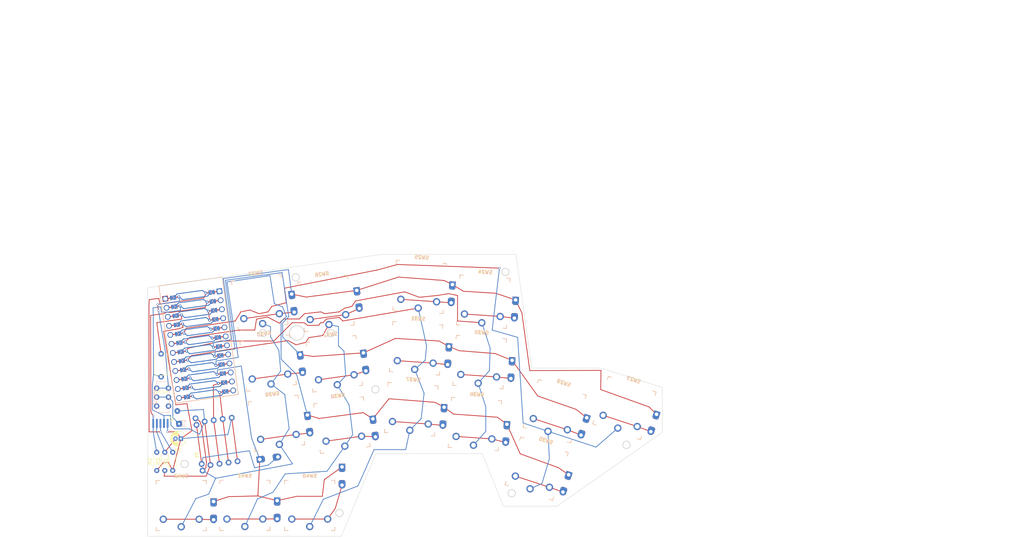
<source format=kicad_pcb>
(kicad_pcb (version 20240108) (generator "pcbnew") (generator_version "8.0")
  (title_block (title "Cho-Corne-Ice") (date "2022-11-18") (rev "v0.2") (company "foostan/e3b0c442"))
  (layers (0 "F.Cu" signal) (31 "B.Cu" signal) (34 "B.Paste" user) (35 "F.Paste" user) (36 "B.SilkS" user "B.Silkscreen") (37 "F.SilkS" user "F.Silkscreen") (38 "B.Mask" user) (39 "F.Mask" user) (44 "Edge.Cuts" user))
  (net 0 "")
  (net 3 "Net-(J3-Pin_1)")
  (net 4 "Net-(D42-A)")
  (net 5 "Net-(D41-A)")
  (net 6 "Net-(D40-A)")
  (net 7 "Net-(D39-A)")
  (net 8 "Net-(D38-A)")
  (net 9 "Net-(D37-A)")
  (net 10 "Net-(D36-A)")
  (net 11 "Net-(D35-A)")
  (net 12 "Net-(D33-A)")
  (net 13 "Net-(D32-A)")
  (net 14 "Net-(D31-A)")
  (net 15 "Net-(D30-A)")
  (net 16 "Net-(D29-A)")
  (net 17 "Net-(D27-A)")
  (net 18 "Net-(D26-A)")
  (net 19 "Net-(D25-A)")
  (net 20 "Net-(D24-A)")
  (net 21 "Net-(D23-A)")
  (net 22 "SCK_r")
  (net 23 "MOSI_r")
  (net 24 "RAW_r")
  (net 25 "GNDA")
  (net 26 "VDD")
  (net 27 "col4_r")
  (net 28 "col3_r")
  (net 29 "col2_r")
  (net 30 "col1_r")
  (net 31 "col0_r")
  (net 32 "reset_r")
  (net 33 "row3_r")
  (net 34 "row2_r")
  (net 35 "row1_r")
  (net 36 "row0_r")
  (net 37 "ENC_B")
  (net 38 "ENC_A")
  (net 40 "tp_sda")
  (net 41 "tp_scl")
  (net 42 "tp_rst")
  (net 45 "Net-(D1-A)")
  (footprint "keyswitches_pretty:SW_PG1350_reversible" (layer "F.Cu") (at 51.256891 148.129176)
    (property "Reference" "SW42")
    (property "Value" "SW_PUSH")
  )
  (footprint "promicro_reversible:reset_switch" (layer "F.Cu") (at 45.6575 116.305 180)
    (property "Reference" "RSW2")
    (property "Value" "SW_PUSH")
  )
  (footprint "keyswitches_pretty:SW_PG1350_reversible" (layer "F.Cu") (at 115.410691 121.232452 -3.969)
    (property "Reference" "SW37")
    (property "Value" "SW_PUSH")
  )
  (footprint "keyswitches_pretty:SW_PG1350_reversible" (layer "F.Cu") (at 96.067651 125.701532 7.907)
    (property "Reference" "SW38")
    (property "Value" "SW_PUSH")
  )
  (footprint "keyswitches_pretty:SW_PG1350_reversible" (layer "F.Cu") (at 77.826086 125.206234 7.907)
    (property "Reference" "SW39")
    (property "Value" "SW_PUSH")
  )
  (footprint "keyswitches_pretty:SW_PG1350_reversible" (layer "F.Cu") (at 87.092283 148.077126)
    (property "Reference" "SW40")
    (property "Value" "SW_PUSH")
  )
  (footprint "keyswitches_pretty:SW_PG1350_reversible" (layer "F.Cu") (at 69.009382 148.064592)
    (property "Reference" "SW41")
    (property "Value" "SW_PUSH")
  )
  (footprint "keyswitches_pretty:SW_PG1350_reversible" (layer "F.Cu") (at 117.750737 87.152184 -3.969)
    (property "Reference" "SW25")
    (property "Value" "SW_PUSH")
  )
  (footprint "keyswitches_pretty:SW_PG1350_reversible" (layer "F.Cu") (at 91.640247 91.788164 7.907)
    (property "Reference" "SW26")
    (property "Value" "SW_PUSH")
  )
  (footprint "keyswitches_pretty:SW_PG1350_reversible" (layer "F.Cu") (at 135.483288 91.251772 -3.969)
    (property "Reference" "SW24")
    (property "Value" "SW_PUSH")
  )
  (footprint "keyswitches_pretty:SW_PG1350_reversible" (layer "F.Cu") (at 155.375588 121.805764 -18.185)
    (property "Reference" "SW29")
    (property "Value" "SW_PUSH")
  )
  (footprint "keyswitches_pretty:SW_PG1350_reversible" (layer "F.Cu") (at 150.375632 137.847373 -18.185)
    (property "Reference" "SW35")
    (property "Value" "SW_PUSH")
  )
  (footprint "keyswitches_pretty:SW_PG1350_reversible" (layer "F.Cu") (at 133.158286 125.396235 -3.969)
    (property "Reference" "SW36")
    (property "Value" "SW_PUSH")
  )
  (footprint "keyswitches_pretty:SW_PG1350_reversible" (layer "F.Cu") (at 174.848509 120.904725 -18.185)
    (property "Reference" "SW23")
    (property "Value" "SW_PUSH")
  )
  (footprint "keyswitches_pretty:SW_PG1350_reversible" (layer "F.Cu") (at 134.468023 108.112043 -3.969)
    (property "Reference" "SW30")
    (property "Value" "SW_PUSH")
  )
  (footprint "keyswitches_pretty:SW_PG1350_reversible" (layer "F.Cu") (at 116.769863 104.260078 -3.969)
    (property "Reference" "SW31")
    (property "Value" "SW_PUSH")
  )
  (footprint "keyswitches_pretty:SW_PG1350_reversible" (layer "F.Cu") (at 93.971983 108.577015 7.907)
    (property "Reference" "SW32")
    (property "Value" "SW_PUSH")
  )
  (footprint "keyswitches_pretty:SW_PG1350_reversible" (layer "F.Cu") (at 75.487472 108.367858 7.907)
    (property "Reference" "SW33")
    (property "Value" "SW_PUSH")
  )
  (footprint "keyswitches_pretty:SW_PG1350_reversible" (layer "F.Cu") (at 73.148857 91.529483 7.907)
    (property "Reference" "SW27")
    (property "Value" "SW_PUSH")
  )
  (footprint "Resistor_THT:R_Axial_DIN0204_L3.6mm_D1.6mm_P5.08mm_Horizontal" (layer "F.Cu") (at 48.8825 138.335 90)
    (property "Reference" "R1")
    (property "Value" "4.7k")
  )
  (footprint "promicro_reversible:ProMicro_jumpable_eric" (layer "F.Cu") (at 56.285039 103.237046 -82.093)
    (property "Reference" "U2" (hide yes))
    (property "Value" "nice_nano" (hide yes))
  )
  (footprint "Resistor_THT:R_Axial_DIN0204_L3.6mm_D1.6mm_P5.08mm_Horizontal" (layer "F.Cu") (at 44.4325 138.345 90)
    (property "Reference" "R2")
    (property "Value" "4.7k")
  )
  (footprint "promicro_reversible:ComboDiode" (layer "F.Cu") (at 75.691449 134.896138 7.907)
    (property "Reference" "D1" (hide yes))
    (property "Value" "D" (hide yes))
  )
  (footprint "Resistor_THT:R_Axial_DIN0204_L3.6mm_D1.6mm_P5.08mm_Horizontal" (layer "F.Cu") (at 46.6825 138.345 90)
    (property "Reference" "R3")
    (property "Value" "100k")
  )
  (footprint "Connector_Wire:SolderWire-0.1sqmm_1x02_P3.6mm_D0.4mm_OD1mm" (layer "F.Cu") (at 50.655118 125.312887 97.907)
    (property "Reference" "J3")
    (property "Value" "BAT")
  )
  (footprint "Capacitor_THT:CP_Radial_D4.0mm_P1.50mm" (layer "F.Cu") (at 51.1575 129.455 180)
    (property "Reference" "C1")
    (property "Value" "2.2uF")
  )
  (footprint "EVQWGD001:RollerEncoder_Panasonic_EVQWGD001" (layer "F.Cu") (at 62.419338 130.716931 97.907)
    (property "Reference" "U1")
    (property "Value" "~" (hide yes))
  )
  (footprint "promicro_reversible:ComboDiode" (layer "B.Cu") (at 183.0075 125.08 -108.185)
    (property "Reference" "D23" (hide yes))
    (property "Value" "D" (hide yes))
  )
  (footprint "promicro_reversible:ComboDiode" (layer "B.Cu") (at 144.3325 93.305 -93.969)
    (property "Reference" "D24" (hide yes))
    (property "Value" "D" (hide yes))
  )
  (footprint "promicro_reversible:ComboDiode" (layer "B.Cu") (at 126.7075 89.03 -93.969)
    (property "Reference" "D25" (hide yes))
    (property "Value" "D" (hide yes))
  )
  (footprint "promicro_reversible:ComboDiode" (layer "B.Cu") (at 82.4075 91.655 -82.093)
    (property "Reference" "D27" (hide yes))
    (property "Value" "D" (hide yes))
  )
  (footprint "promicro_reversible:ComboDiode" (layer "B.Cu") (at 163.547729 126.039771 -108.185)
    (property "Reference" "D29" (hide yes))
    (property "Value" "D" (hide yes))
  )
  (footprint "promicro_reversible:ComboDiode" (layer "B.Cu") (at 143.3575 110.155 -93.969)
    (property "Reference" "D30" (hide yes))
    (property "Value" "D" (hide yes))
  )
  (footprint "promicro_reversible:ComboDiode" (layer "B.Cu") (at 125.7325 106.28 -93.969)
    (property "Reference" "D31" (hide yes))
    (property "Value" "D" (hide yes))
  )
  (footprint "promicro_reversible:ComboDiode" (layer "B.Cu") (at 102.407301 108.046722 -82.093)
    (property "Reference" "D32" (hide yes))
    (property "Value" "D" (hide yes))
  )
  (footprint "promicro_reversible:ComboDiode" (layer "B.Cu") (at 84.757672 108.530172 -82.093)
    (property "Reference" "D33" (hide yes))
    (property "Value" "D" (hide yes))
  )
  (footprint "promicro_reversible:ComboDiode" (layer "B.Cu") (at 158.497729 141.939771 -108.185)
    (property "Reference" "D35" (hide yes))
    (property "Value" "D" (hide yes))
  )
  (footprint "promicro_reversible:ComboDiode" (layer "B.Cu") (at 141.9075 127.98 -93.969)
    (property "Reference" "D36" (hide yes))
    (property "Value" "D" (hide yes))
  )
  (footprint "promicro_reversible:ComboDiode" (layer "B.Cu") (at 124.3825 123.23 -93.969)
    (property "Reference" "D37" (hide yes))
    (property "Value" "D" (hide yes))
  )
  (footprint "promicro_reversible:ComboDiode" (layer "B.Cu") (at 105.056917 126.445851 -82.093)
    (property "Reference" "D38" (hide yes))
    (property "Value" "D" (hide yes))
  )
  (footprint "promicro_reversible:ComboDiode" (layer "B.Cu") (at 86.7825 125.38 -82.093)
    (property "Reference" "D39" (hide yes))
    (property "Value" "D" (hide yes))
  )
  (footprint "promicro_reversible:ComboDiode" (layer "B.Cu") (at 96.1075 139.88 -90)
    (property "Reference" "D40" (hide yes))
    (property "Value" "D" (hide yes))
  )
  (footprint "promicro_reversible:ComboDiode" (layer "B.Cu") (at 78.0075 149.28 -90)
    (property "Reference" "D41" (hide yes))
    (property "Value" "D" (hide yes))
  )
  (footprint "promicro_reversible:ComboDiode" (layer "B.Cu") (at 60.2825 149.53 -90)
    (property "Reference" "D42" (hide yes))
    (property "Value" "D" (hide yes))
  )
  (footprint "promicro_reversible:ComboDiode" (layer "B.Cu") (at 100.557884 90.630871 -82.093)
    (property "Reference" "D26" (hide yes))
    (property "Value" "D" (hide yes))
  )
  (footprint "promicro_reversible:power_switch" (layer "B.Cu") (at 44.4075 117.88 -90)
    (property "Reference" "PSW2")
    (property "Value" "SW_SPDT")
  )
  (footprint "keyswitches_pretty:trackpoint" (layer "B.Cu") (at 51.4575 125.205 90)
    (property "Reference" "U3")
    (property "Value" "~")
  )
  (gr_circle (center 141.6575 82.93) (end 142.5575 83.43) (stroke (width 0.2)) (fill none) (layer "Edge.Cuts"))
  (gr_circle (center 93.0075 100.03) (end 94.0075 100.28) (stroke (width 0.2)) (fill none) (layer "Edge.Cuts"))
  (gr_circle (center 74.0075 100.03) (end 74.8575 100.58) (stroke (width 0.2)) (fill none) (layer "Edge.Cuts"))
  (gr_circle (center 83.1575 84.48) (end 84.0575 84.98) (stroke (width 0.2)) (fill none) (layer "Edge.Cuts"))
  (gr_poly (pts (xy 41.964517 132.137017) (xy 41.9075 139.58) (xy 41.9075 156.68) (xy 95.9075 156.68) (xy 105.5075 133.68) (xy 135.2075 133.68) (xy 141.1075 148.28) (xy 156.1075 148.28) (xy 185.4075 127.68) (xy 185.4075 115.18) (xy 168.2075 109.78) (xy 149.0075 109.78) (xy 144.6075 78.08) (xy 107.0075 78.08) (xy 41.9075 87.38)) (stroke (width 0.1)) (fill none) (layer "Edge.Cuts"))
  (gr_circle (center 52.2075 136.53) (end 53.1075 137.03) (stroke (width 0.2)) (fill none) (layer "Edge.Cuts"))
  (gr_circle (center 95.3575 150.18) (end 96.2575 150.68) (stroke (width 0.2)) (fill none) (layer "Edge.Cuts"))
  (gr_circle (center 105.4075 115.73) (end 106.3075 116.23) (stroke (width 0.2)) (fill none) (layer "Edge.Cuts"))
  (gr_circle (center 175.4075 131.18) (end 176.3075 131.68) (stroke (width 0.2)) (fill none) (layer "Edge.Cuts"))
  (gr_circle (center 143.4075 144.68) (end 144.3075 145.18) (stroke (width 0.2)) (fill none) (layer "Edge.Cuts"))
  (gr_circle (center 83.5075 99.98) (end 85.4075 100.73) (stroke (width 0.2)) (fill none) (layer "Edge.Cuts"))
  (segment (start 48.9075 119.08) (end 48.9075 123.565269) (width 0.2032) (layer "B.Cu") (net 3))
  (segment (start 48.9075 123.565269) (end 50.588005 125.245774) (width 0.2032) (layer "B.Cu") (net 3))
  (segment (start 47.7075 117.88) (end 48.9075 119.08) (width 0.2032) (layer "B.Cu") (net 3))
  (segment (start 44.4075 117.88) (end 47.7075 117.88) (width 0.2032) (layer "B.Cu") (net 3))
  (segment (start 56.256891 151.929176) (end 60.282499 152.07) (width 0.2032) (layer "F.Cu") (net 4))
  (segment (start 46.256891 151.929176) (end 56.256891 151.929176) (width 0.2032) (layer "F.Cu") (net 4))
  (segment (start 74.009382 151.864592) (end 78.007499 151.82) (width 0.2032) (layer "F.Cu") (net 5))
  (segment (start 64.009382 151.864592) (end 74.009382 151.864592) (width 0.2032) (layer "F.Cu") (net 5))
  (segment (start 94.2075 148.93) (end 96.107499 142.42) (width 0.2032) (layer "F.Cu") (net 6))
  (segment (start 82.092283 151.877126) (end 92.092283 151.877126) (width 0.2032) (layer "F.Cu") (net 6))
  (segment (start 92.092283 151.877126) (end 94.2075 148.93) (width 0.2032) (layer "F.Cu") (net 6))
  (segment (start 83.301298 128.282278) (end 87.131917 127.895851) (width 0.2032) (layer "F.Cu") (net 7))
  (segment (start 73.396372 129.657934) (end 83.301298 128.282278) (width 0.2032) (layer "F.Cu") (net 7))
  (segment (start 101.542863 128.777576) (end 105.406334 128.961702) (width 0.2032) (layer "F.Cu") (net 8))
  (segment (start 91.637937 130.153232) (end 101.542863 128.777576) (width 0.2032) (layer "F.Cu") (net 8))
  (segment (start 120.135676 125.369421) (end 124.20669 125.763908) (width 0.2032) (layer "F.Cu") (net 9))
  (segment (start 110.159659 124.677255) (end 120.135676 125.369421) (width 0.2032) (layer "F.Cu") (net 9))
  (segment (start 137.883271 129.533204) (end 141.73169 130.513908) (width 0.2032) (layer "F.Cu") (net 10))
  (segment (start 127.907254 128.841038) (end 137.883271 129.533204) (width 0.2032) (layer "F.Cu") (net 10))
  (segment (start 153.939974 143.018008) (end 157.70503 144.352908) (width 0.2032) (layer "F.Cu") (net 11))
  (segment (start 144.439436 139.897146) (end 153.939974 143.018008) (width 0.2032) (layer "F.Cu") (net 11))
  (segment (start 80.962684 111.443902) (end 85.107089 111.046023) (width 0.2032) (layer "F.Cu") (net 12))
  (segment (start 71.057758 112.819558) (end 80.962684 111.443902) (width 0.2032) (layer "F.Cu") (net 12))
  (segment (start 99.447195 111.653059) (end 99.8325 111.28) (width 0.2032) (layer "F.Cu") (net 13))
  (segment (start 99.447195 111.653059) (end 102.756718 110.562573) (width 0.2032) (layer "F.Cu") (net 13))
  (segment (start 89.542269 113.028715) (end 99.447195 111.653059) (width 0.2032) (layer "F.Cu") (net 13))
  (segment (start 111.518831 107.704881) (end 121.494848 108.397047) (width 0.2032) (layer "F.Cu") (net 14))
  (segment (start 121.494848 108.397047) (end 125.55669 108.813908) (width 0.2032) (layer "F.Cu") (net 14))
  (segment (start 139.193008 112.249012) (end 143.18169 112.688908) (width 0.2032) (layer "F.Cu") (net 15))
  (segment (start 129.216991 111.556846) (end 139.193008 112.249012) (width 0.2032) (layer "F.Cu") (net 15))
  (segment (start 158.93993 126.976399) (end 162.75503 128.452908) (width 0.2032) (layer "F.Cu") (net 16))
  (segment (start 149.439392 123.855537) (end 158.93993 126.976399) (width 0.2032) (layer "F.Cu") (net 16))
  (segment (start 78.624069 94.605527) (end 82.756917 94.170851) (width 0.2032) (layer "F.Cu") (net 17))
  (segment (start 68.719143 95.981183) (end 78.624069 94.605527) (width 0.2032) (layer "F.Cu") (net 17))
  (segment (start 97.115459 94.864208) (end 100.907301 93.146722) (width 0.2032) (layer "F.Cu") (net 18))
  (segment (start 87.210533 96.239864) (end 97.115459 94.864208) (width 0.2032) (layer "F.Cu") (net 18))
  (segment (start 122.475722 91.289153) (end 126.53169 91.563908) (width 0.2032) (layer "F.Cu") (net 19))
  (segment (start 112.499705 90.596987) (end 122.475722 91.289153) (width 0.2032) (layer "F.Cu") (net 19))
  (segment (start 140.208273 95.388741) (end 144.15669 95.838908) (width 0.2032) (layer "F.Cu") (net 20))
  (segment (start 130.232256 94.696575) (end 140.208273 95.388741) (width 0.2032) (layer "F.Cu") (net 20))
  (segment (start 168.912313 122.954498) (end 178.412851 126.07536) (width 0.2032) (layer "F.Cu") (net 21))
  (segment (start 178.412851 126.07536) (end 182.214801 127.493137) (width 0.2032) (layer "F.Cu") (net 21))
  (segment (start 44.6575 92.03) (end 44.9075 93.68) (width 0.2032) (layer "F.Cu") (net 24))
  (via (at 44.9075 93.68) (size 0.6) (drill 0.4) (layers "F.Cu" "B.Cu") (net 24))
  (via (at 44.6575 92.03) (size 0.6) (drill 0.4) (layers "F.Cu" "B.Cu") (net 24))
  (segment (start 46.8575 105.33) (end 44.9075 93.68) (width 0.2032) (layer "B.Cu") (net 24))
  (segment (start 50.8075 91.13) (end 44.6575 92.03) (width 0.2032) (layer "B.Cu") (net 24))
  (segment (start 47.7075 115.38) (end 46.8575 105.33) (width 0.2032) (layer "B.Cu") (net 24))
  (segment (start 50.589471 89.923988) (end 50.8075 91.13) (width 0.2032) (layer "B.Cu") (net 24))
  (segment (start 44.4075 115.38) (end 47.7075 115.38) (width 0.2032) (layer "B.Cu") (net 24))
  (segment (start 46.5075 139.93) (end 46.6825 138.345) (width 0.2032) (layer "F.Cu") (net 25))
  (segment (start 57.793619 124.670788) (end 59.419367 136.812577) (width 0.2032) (layer "F.Cu") (net 25))
  (segment (start 58.835858 93.907441) (end 59.185275 96.423293) (width 0.2032) (layer "F.Cu") (net 25))
  (segment (start 58.2075 139.93) (end 46.5075 139.93) (width 0.2032) (layer "F.Cu") (net 25))
  (segment (start 59.419367 136.812577) (end 58.2075 139.93) (width 0.2032) (layer "F.Cu") (net 25))
  (segment (start 43.4075 92.98) (end 45.5075 92.68) (width 0.2032) (layer "B.Cu") (net 25))
  (segment (start 49.4075 126.73) (end 53.6075 126.73) (width 0.2032) (layer "B.Cu") (net 25))
  (segment (start 43.5075 111.58) (end 43.2075 114.78) (width 0.2032) (layer "B.Cu") (net 25))
  (segment (start 45.5075 92.68) (end 45.7575 94.18) (width 0.2032) (layer "B.Cu") (net 25))
  (segment (start 43.2575 121.48) (end 46.4575 123.03) (width 0.2032) (layer "B.Cu") (net 25))
  (segment (start 46.4575 125.205) (end 46.4575 123.03) (width 0.2032) (layer "B.Cu") (net 25))
  (segment (start 46.4575 123.03) (end 47.6075 122.988929) (width 0.2032) (layer "B.Cu") (net 25))
  (segment (start 48.3825 125.705) (end 48.3075 122.98) (width 0.2032) (layer "B.Cu") (net 25))
  (segment (start 57.4575 121.33) (end 57.793619 124.670788) (width 0.2032) (layer "B.Cu") (net 25))
  (segment (start 47.4075 94.18) (end 51.1075 93.68) (width 0.2032) (layer "B.Cu") (net 25))
  (segment (start 50.159882 121.747113) (end 57.4575 121.33) (width 0.2032) (layer "B.Cu") (net 25))
  (segment (start 53.6075 126.73) (end 56.3575 128.23) (width 0.2032) (layer "B.Cu") (net 25))
  (segment (start 56.3575 128.23) (end 57.793619 124.670788) (width 0.2032) (layer "B.Cu") (net 25))
  (segment (start 43.5075 111.58) (end 45.6575 112.205) (width 0.2032) (layer "B.Cu") (net 25))
  (segment (start 45.7575 94.18) (end 47.4075 94.18) (width 0.2032) (layer "B.Cu") (net 25))
  (segment (start 48.3825 125.705) (end 49.4075 126.73) (width 0.2032) (layer "B.Cu") (net 25))
  (segment (start 43.4575 94.83) (end 43.4075 92.98) (width 0.2032) (layer "B.Cu") (net 25))
  (segment (start 50.938888 92.43984) (end 51.1075 93.68) (width 0.2032) (layer "B.Cu") (net 25))
  (segment (start 43.2075 114.78) (end 43.2575 121.48) (width 0.2032) (layer "B.Cu") (net 25))
  (segment (start 43.4575 94.83) (end 43.5075 111.58) (width 0.2032) (layer "B.Cu") (net 25))
  (segment (start 48.3075 122.98) (end 47.6075 122.988929) (width 0.2032) (layer "B.Cu") (net 25))
  (segment (start 51.1575 129.455) (end 48.8825 138.335) (width 0.2032) (layer "F.Cu") (net 26))
  (segment (start 50.4575 98.83) (end 46.3575 99.53) (width 0.2032) (layer "F.Cu") (net 26))
  (segment (start 52.8575 119.68) (end 54.2575 127.23) (width 0.2032) (layer "F.Cu") (net 26))
  (segment (start 49.7575 120.03) (end 52.8575 119.68) (width 0.2032) (layer "F.Cu") (net 26))
  (segment (start 47.6575 136.03) (end 48.8825 138.335) (width 0.2032) (layer "F.Cu") (net 26))
  (segment (start 46.3075 136.08) (end 47.6575 136.03) (width 0.2032) (layer "F.Cu") (net 26))
  (segment (start 44.4325 138.345) (end 46.3075 136.08) (width 0.2032) (layer "F.Cu") (net 26))
  (segment (start 47.4575 127.555) (end 50.0075 127.53) (width 0.2032) (layer "F.Cu") (net 26))
  (segment (start 51.7575 98.43) (end 50.4575 98.83) (width 0.2032) (layer "F.Cu") (net 26))
  (segment (start 54.2575 127.23) (end 51.1575 129.455) (width 0.2032) (layer "F.Cu") (net 26))
  (segment (start 50.0075 127.53) (end 51.1575 129.455) (width 0.2032) (layer "F.Cu") (net 26))
  (segment (start 51.637721 97.471542) (end 51.7575 98.43) (width 0.2032) (layer "F.Cu") (net 26))
  (segment (start 46.3575 99.53) (end 49.7575 120.03) (width 0.2032) (layer "F.Cu") (net 26))
  (segment (start 65.341173 123.622538) (end 66.966921 135.764327) (width 0.2032) (layer "F.Cu") (net 26))
  (via (at 47.4575 127.555) (size 0.6) (drill 0.4) (layers "F.Cu" "B.Cu") (net 26))
  (segment (start 47.4575 127.555) (end 47.4575 125.205) (width 0.2032) (layer "B.Cu") (net 26))
  (segment (start 64.2575 128.33) (end 65.341173 123.622538) (width 0.2032) (layer "B.Cu") (net 26))
  (segment (start 51.1575 129.455) (end 64.2575 128.33) (width 0.2032) (layer "B.Cu") (net 26))
  (segment (start 56.4575 124.63) (end 56.9075 125.88) (width 0.2032) (layer "F.Cu") (net 27))
  (segment (start 56.9075 125.88) (end 58.3075 136.03) (width 0.2032) (layer "F.Cu") (net 27))
  (segment (start 58.1075 137.63) (end 57.220608 138.354712) (width 0.2032) (layer "F.Cu") (net 27))
  (segment (start 55.257823 123.786216) (end 56.4575 124.63) (width 0.2032) (layer "F.Cu") (net 27))
  (segment (start 58.3075 136.03) (end 58.1075 137.63) (width 0.2032) (layer "F.Cu") (net 27))
  (segment (start 60.913959 140.494459) (end 82.2825 136.505) (width 0.2032) (layer "B.Cu") (net 27))
  (segment (start 82.2825 136.505) (end 78.637723 131.050141) (width 0.2032) (layer "B.Cu") (net 27))
  (segment (start 76.184506 101.052994) (end 78.4825 104.855) (width 0.2032) (layer "B.Cu") (net 27))
  (segment (start 57.220608 138.354712) (end 60.8575 140.505) (width 0.2032) (layer "B.Cu") (net 27))
  (segment (start 51.256891 154.029176) (end 55.3325 146.155) (width 0.2032) (layer "B.Cu") (net 27))
  (segment (start 76.184506 101.052994) (end 76.1575 98.23) (width 0.2032) (layer "B.Cu") (net 27))
  (segment (start 76.299109 114.211765) (end 80.1325 117.155) (width 0.2032) (layer "B.Cu") (net 27))
  (segment (start 79.0075 110.58) (end 76.299109 114.211765) (width 0.2032) (layer "B.Cu") (net 27))
  (segment (start 58.9075 144.93) (end 60.8575 140.505) (width 0.2032) (layer "B.Cu") (net 27))
  (segment (start 55.3325 146.155) (end 58.9075 144.93) (width 0.2032) (layer "B.Cu") (net 27))
  (segment (start 80.1325 117.155) (end 81.3575 126.68) (width 0.2032) (layer "B.Cu") (net 27))
  (segment (start 60.8575 140.505) (end 60.913959 140.494459) (width 0.2032) (layer "B.Cu") (net 27))
  (segment (start 76.1575 98.23) (end 73.960494 97.37339) (width 0.2032) (layer "B.Cu") (net 27))
  (segment (start 81.3575 126.68) (end 78.637723 131.050141) (width 0.2032) (layer "B.Cu") (net 27))
  (segment (start 78.4825 104.855) (end 79.0075 110.58) (width 0.2032) (layer "B.Cu") (net 27))
  (segment (start 66.3355 104.26) (end 81.0575 102.113042) (width 0.2032) (layer "F.Cu") (net 28))
  (segment (start 54.1435 106.292) (end 66.3355 104.26) (width 0.2032) (layer "F.Cu") (net 28))
  (segment (start 86.8575 101.267208) (end 90.7195 100.704) (width 0.2032) (layer "F.Cu") (net 28))
  (segment (start 85.9575 102.63) (end 86.8575 101.267208) (width 0.2032) (layer "F.Cu") (net 28))
  (segment (start 81.0575 102.113042) (end 83.2575 103.28) (width 0.2032) (layer "F.Cu") (net 28))
  (segment (start 83.2575 103.28) (end 85.9575 102.63) (width 0.2032) (layer "F.Cu") (net 28))
  (segment (start 53.035387 107.534948) (end 54.1435 106.292) (width 0.2032) (layer "F.Cu") (net 28))
  (segment (start 90.7195 100.704) (end 92.451884 97.632071) (width 0.2032) (layer "F.Cu") (net 28))
  (segment (start 99.0825 128.33) (end 96.879288 131.545439) (width 0.2032) (layer "B.Cu") (net 28))
  (segment (start 80.2325 139.28) (end 91.9075 138.555) (width 0.2032) (layer "B.Cu") (net 28))
  (segment (start 94.78362 114.420922) (end 98.0575 120.005) (width 0.2032) (layer "B.Cu") (net 28))
  (segment (start 96.6325 105.055) (end 97.1325 111.93) (width 0.2032) (layer "B.Cu") (net 28))
  (segment (start 97.1325 111.93) (end 94.78362 114.420922) (width 0.2032) (layer "B.Cu") (net 28))
  (segment (start 76.8575 144.405) (end 80.2325 139.28) (width 0.2032) (layer "B.Cu") (net 28))
  (segment (start 72.5325 146.255) (end 76.8575 144.405) (width 0.2032) (layer "B.Cu") (net 28))
  (segment (start 98.0575 120.005) (end 99.0825 128.33) (width 0.2032) (layer "B.Cu") (net 28))
  (segment (start 69.009382 153.964592) (end 72.5325 146.255) (width 0.2032) (layer "B.Cu") (net 28))
  (segment (start 95.1075 98.18) (end 95.1075 103.53) (width 0.2032) (layer "B.Cu") (net 28))
  (segment (start 95.1075 98.18) (end 92.451884 97.632071) (width 0.2032) (layer "B.Cu") (net 28))
  (segment (start 95.1075 103.53) (end 96.6325 105.055) (width 0.2032) (layer "B.Cu") (net 28))
  (segment (start 91.9075 138.555) (end 96.879288 131.545439) (width 0.2032) (layer "B.Cu") (net 28))
  (segment (start 52.68597 105.019096) (end 53.1275 104.26) (width 0.2032) (layer "F.Cu") (net 29))
  (segment (start 89.6075 97.83) (end 90.1075 97.13) (width 0.2032) (layer "F.Cu") (net 29))
  (segment (start 82.2075 97.13) (end 85.5075 97.13) (width 0.2032) (layer "F.Cu") (net 29))
  (segment (start 53.1275 104.26) (end 60.2395 102.736) (width 0.2032) (layer "F.Cu") (net 29))
  (segment (start 86.5575 97.88) (end 89.6075 97.83) (width 0.2032) (layer "F.Cu") (net 29))
  (segment (start 77.1075 102.23) (end 82.2075 97.13) (width 0.2032) (layer "F.Cu") (net 29))
  (segment (start 96.3075 96.64) (end 117.342359 93.038034) (width 0.2032) (layer "F.Cu") (net 29))
  (segment (start 90.7375 97.13) (end 91.7355 96.132) (width 0.2032) (layer "F.Cu") (net 29))
  (segment (start 85.5075 97.13) (end 86.5575 97.88) (width 0.2032) (layer "F.Cu") (net 29))
  (segment (start 90.1075 97.13) (end 90.7375 97.13) (width 0.2032) (layer "F.Cu") (net 29))
  (segment (start 62.3075 102.23) (end 77.1075 102.23) (width 0.2032) (layer "F.Cu") (net 29))
  (segment (start 95.2915 95.624) (end 96.3075 96.64) (width 0.2032) (layer "F.Cu") (net 29))
  (segment (start 91.7355 96.132) (end 95.2915 95.624) (width 0.2032) (layer "F.Cu") (net 29))
  (segment (start 60.2395 102.736) (end 62.3075 102.23) (width 0.2032) (layer "F.Cu") (net 29))
  (segment (start 113.8575 132.53) (end 115.002313 127.118302) (width 0.2032) (layer "B.Cu") (net 29))
  (segment (start 90.8825 146.355) (end 100.5325 142.655) (width 0.2032) (layer "B.Cu") (net 29))
  (segment (start 118.9825 116.83) (end 118.1575 123.905) (width 0.2032) (layer "B.Cu") (net 29))
  (segment (start 87.092283 153.977126) (end 90.8825 146.355) (width 0.2032) (layer "B.Cu") (net 29))
  (segment (start 119.2825 107.605) (end 116.361485 110.145928) (width 0.2032) (layer "B.Cu") (net 29))
  (segment (start 118.1575 123.905) (end 115.002313 127.118302) (width 0.2032) (layer "B.Cu") (net 29))
  (segment (start 116.361485 110.145928) (end 118.9825 116.83) (width 0.2032) (layer "B.Cu") (net 29))
  (segment (start 117.342359 93.038034) (end 119.6825 103.63) (width 0.2032) (layer "B.Cu") (net 29))
  (segment (start 119.6825 103.63) (end 119.2825 107.605) (width 0.2032) (layer "B.Cu") (net 29))
  (segment (start 105.0325 132.53) (end 113.8575 132.53) (width 0.2032) (layer "B.Cu") (net 29))
  (segment (start 100.5325 142.655) (end 105.0325 132.53) (width 0.2032) (layer "B.Cu") (net 29))
  (segment (start 99.8635 91.052) (end 113.5795 88.512) (width 0.2032) (layer "F.Cu") (net 30))
  (segment (start 53.6355 101.212) (end 67.3515 99.18) (width 0.2032) (layer "F.Cu") (net 30))
  (segment (start 71.7575 99.18) (end 72.2575 96.13) (width 0.2032) (layer "F.Cu") (net 30))
  (segment (start 67.3515 99.18) (end 71.7575 99.18) (width 0.2032) (layer "F.Cu") (net 30))
  (segment (start 72.2575 96.13) (end 75.3075 95.53) (width 0.2032) (layer "F.Cu") (net 30))
  (segment (start 128.3115 96.64) (end 135.07491 97.137622) (width 0.2032) (layer "F.Cu") (net 30))
  (segment (start 90.2115 94.1) (end 91.2275 94.608) (width 0.2032) (layer "F.Cu") (net 30))
  (segment (start 96.8155 93.084) (end 98.8475 92.576) (width 0.2032) (layer "F.Cu") (net 30))
  (segment (start 128.3115 89.528) (end 128.3115 96.64) (width 0.2032) (layer "F.Cu") (net 30))
  (segment (start 98.8475 92.576) (end 99.8635 91.052) (width 0.2032) (layer "F.Cu") (net 30))
  (segment (start 91.2275 94.608) (end 95.2915 94.1) (width 0.2032) (layer "F.Cu") (net 30))
  (segment (start 122.7235 89.528) (end 125.7715 89.02) (width 0.2032) (layer "F.Cu") (net 30))
  (segment (start 95.2915 94.1) (end 96.8155 93.084) (width 0.2032) (layer "F.Cu") (net 30))
  (segment (start 113.5795 88.512) (end 117.6435 90.036) (width 0.2032) (layer "F.Cu") (net 30))
  (segment (start 52.336554 102.503245) (end 53.6355 101.212) (width 0.2032) (layer "F.Cu") (net 30))
  (segment (start 79.8075 96.08) (end 84.1675 96.08) (width 0.2032) (layer "F.Cu") (net 30))
  (segment (start 78.6325 97.255) (end 79.8075 96.08) (width 0.2032) (layer "F.Cu") (net 30))
  (segment (start 85.6395 94.608) (end 90.2115 94.1) (width 0.2032) (layer "F.Cu") (net 30))
  (segment (start 125.7715 89.02) (end 128.3115 89.528) (width 0.2032) (layer "F.Cu") (net 30))
  (segment (start 75.3075 95.53) (end 78.6325 97.255) (width 0.2032) (layer "F.Cu") (net 30))
  (segment (start 117.6435 90.036) (end 122.7235 89.528) (width 0.2032) (layer "F.Cu") (net 30))
  (segment (start 84.1675 96.08) (end 85.6395 94.608) (width 0.2032) (layer "F.Cu") (net 30))
  (segment (start 134.059645 113.997893) (end 136.1825 120.53) (width 0.2032) (layer "B.Cu") (net 30))
  (segment (start 136.1825 127.405) (end 132.749908 131.282085) (width 0.2032) (layer "B.Cu") (net 30))
  (segment (start 137.4075 104.23) (end 137.2075 110.48) (width 0.2032) (layer "B.Cu") (net 30))
  (segment (start 136.1825 120.53) (end 136.1825 127.405) (width 0.2032) (layer "B.Cu") (net 30))
  (segment (start 137.2075 110.48) (end 134.059645 113.997893) (width 0.2032) (layer "B.Cu") (net 30))
  (segment (start 135.07491 97.137622) (end 137.4075 104.23) (width 0.2032) (layer "B.Cu") (net 30))
  (segment (start 80.5595 91.56) (end 80.0515 87.496) (width 0.2032) (layer "F.Cu") (net 31))
  (segment (start 72.9395 94.608) (end 75.4795 94.1) (width 0.2032) (layer "F.Cu") (net 31))
  (segment (start 105.9595 82.416) (end 111.5475 80.892) (width 0.2032) (layer "F.Cu") (net 31))
  (segment (start 111.5475 80.892) (end 139.9955 81.908) (width 0.2032) (layer "F.Cu") (net 31))
  (segment (start 70.3995 93.592) (end 72.9395 94.608) (width 0.2032) (layer "F.Cu") (net 31))
  (segment (start 75.4795 94.1) (end 76.4955 92.576) (width 0.2032) (layer "F.Cu") (net 31))
  (segment (start 76.4955 92.576) (end 80.5595 91.56) (width 0.2032) (layer "F.Cu") (net 31))
  (segment (start 66.3355 96.64) (end 67.8595 94.1) (width 0.2032) (layer "F.Cu") (net 31))
  (segment (start 67.8595 94.1) (end 70.3995 93.592) (width 0.2032) (layer "F.Cu") (net 31))
  (segment (start 52.6195 98.672) (end 66.3355 96.64) (width 0.2032) (layer "F.Cu") (net 31))
  (segment (start 80.0515 87.496) (end 105.9595 82.416) (width 0.2032) (layer "F.Cu") (net 31))
  (segment (start 51.987137 99.987394) (end 52.6195 98.672) (width 0.2032) (layer "F.Cu") (net 31))
  (via (at 139.9955 81.908) (size 0.6) (drill 0.4) (layers "F.Cu" "B.Cu") (net 31))
  (segment (start 153.53428 127.411081) (end 153.9075 135.08) (width 0.2032) (layer "B.Cu") (net 31))
  (segment (start 153.9075 135.08) (end 151.8575 141.955) (width 0.2032) (layer "B.Cu") (net 31))
  (segment (start 145.0755 101.212) (end 146.5995 125.088) (width 0.2032) (layer "B.Cu") (net 31))
  (segment (start 146.5995 125.088) (end 153.53428 127.411081) (width 0.2032) (layer "B.Cu") (net 31))
  (segment (start 166.9325 131.805) (end 173.007201 126.510042) (width 0.2032) (layer "B.Cu") (net 31))
  (segment (start 153.53428 127.411081) (end 166.9325 131.805) (width 0.2032) (layer "B.Cu") (net 31))
  (segment (start 137.9635 99.18) (end 145.0755 101.212) (width 0.2032) (layer "B.Cu") (net 31))
  (segment (start 151.8575 141.955) (end 148.534324 143.45269) (width 0.2032) (layer "B.Cu") (net 31))
  (segment (start 139.9955 81.908) (end 137.9635 99.18) (width 0.2032) (layer "B.Cu") (net 31))
  (segment (start 44.4325 97.105) (end 51.4075 96.105) (width 0.2032) (layer "F.Cu") (net 32))
  (segment (start 51.4075 96.105) (end 51.288304 94.955691) (width 0.2032) (layer "F.Cu") (net 32))
  (segment (start 45.6575 105.805) (end 44.4325 97.105) (width 0.2032) (layer "F.Cu") (net 32))
  (segment (start 72.6325 145.43) (end 78.007501 146.74) (width 0.2032) (layer "F.Cu") (net 33))
  (segment (start 91.1575 140.88) (end 90.6075 145.53) (width 0.2032) (layer "F.Cu") (net 33))
  (segment (start 64.4575 145.63) (end 72.6325 145.43) (width 0.2032) (layer "F.Cu") (net 33))
  (segment (start 78.007501 146.74) (end 83.5075 145.53) (width 0.2032) (layer "F.Cu") (net 33))
  (segment (start 73.175597 135.245554) (end 72.6325 145.43) (width 0.2032) (layer "F.Cu") (net 33))
  (segment (start 96.107501 137.34) (end 91.1575 140.88) (width 0.2032) (layer "F.Cu") (net 33))
  (segment (start 83.5075 145.53) (end 90.6075 145.53) (width 0.2032) (layer "F.Cu") (net 33))
  (segment (start 60.282501 146.99) (end 64.4575 145.63) (width 0.2032) (layer "F.Cu") (net 33))
  (segment (start 70.8825 129.305) (end 68.0075 109.205) (width 0.2032) (layer "B.Cu") (net 33))
  (segment (start 61.3575 110.305) (end 61.281774 111.518401) (width 0.2032) (layer "B.Cu") (net 33))
  (segment (start 73.175597 135.245554) (end 70.8825 129.305) (width 0.2032) (layer "B.Cu") (net 33))
  (segment (start 68.0075 109.205) (end 61.3575 110.305) (width 0.2032) (layer "B.Cu") (net 33))
  (segment (start 156.4325 137.555) (end 159.290428 139.526634) (width 0.2032) (layer "F.Cu") (net 34))
  (segment (start 89.6825 123.83) (end 102.0075 122.205) (width 0.2032) (layer "F.Cu") (net 34))
  (segment (start 127.2075 122.605) (end 139.4075 123.48) (width 0.2032) (layer "F.Cu") (net 34))
  (segment (start 104.7075 123.93) (end 109.1825 118.33) (width 0.2032) (layer "F.Cu") (net 34))
  (segment (start 145.7825 133.68) (end 156.4325 137.555) (width 0.2032) (layer "F.Cu") (net 34))
  (segment (start 109.1825 118.33) (end 122.0575 119.33) (width 0.2032) (layer "F.Cu") (net 34))
  (segment (start 142.08331 125.446092) (end 145.7825 133.68) (width 0.2032) (layer "F.Cu") (net 34))
  (segment (start 124.55831 120.696092) (end 127.2075 122.605) (width 0.2032) (layer "F.Cu") (net 34))
  (segment (start 122.0575 119.33) (end 124.55831 120.696092) (width 0.2032) (layer "F.Cu") (net 34))
  (segment (start 86.433083 122.864149) (end 89.6825 123.83) (width 0.2032) (layer "F.Cu") (net 34))
  (segment (start 139.4075 123.48) (end 142.08331 125.446092) (width 0.2032) (layer "F.Cu") (net 34))
  (segment (start 102.0075 122.205) (end 104.7075 123.93) (width 0.2032) (layer "F.Cu") (net 34))
  (segment (start 79.5075 92.705) (end 77.2325 91.83) (width 0.2032) (layer "B.Cu") (net 34))
  (segment (start 76.0075 83.98) (end 64.0075 85.755) (width 0.2032) (layer "B.Cu") (net 34))
  (segment (start 67.1575 106.805) (end 60.9575 107.805) (width 0.2032) (layer "B.Cu") (net 34))
  (segment (start 79.1075 96.88) (end 80.6075 95.38) (width 0.2032) (layer "B.Cu") (net 34))
  (segment (start 80.6075 95.38) (end 79.5075 92.705) (width 0.2032) (layer "B.Cu") (net 34))
  (segment (start 77.2325 91.83) (end 76.0075 83.98) (width 0.2032) (layer "B.Cu") (net 34))
  (segment (start 64.0075 85.755) (end 67.1575 106.805) (width 0.2032) (layer "B.Cu") (net 34))
  (segment (start 83.4575 111.63) (end 79.1075 107.28) (width 0.2032) (layer "B.Cu") (net 34))
  (segment (start 79.1075 107.28) (end 79.1075 96.88) (width 0.2032) (layer "B.Cu") (net 34))
  (segment (start 60.9575 107.805) (end 60.932357 109.00255) (width 0.2032) (layer "B.Cu") (net 34))
  (segment (start 86.433083 122.864149) (end 83.4575 111.63) (width 0.2032) (layer "B.Cu") (net 34))
  (segment (start 150.6825 117.58) (end 161.3325 121.28) (width 0.2032) (layer "F.Cu") (net 35))
  (segment (start 102.057884 105.530871) (end 111.0075 101.505) (width 0.2032) (layer "F.Cu") (net 35))
  (segment (start 111.0075 101.505) (end 123.1325 102.23) (width 0.2032) (layer "F.Cu") (net 35))
  (segment (start 161.3325 121.28) (end 164.340428 123.626634) (width 0.2032) (layer "F.Cu") (net 35))
  (segment (start 84.408255 106.014321) (end 88.0075 106.53) (width 0.2032) (layer "F.Cu") (net 35))
  (segment (start 143.53331 107.621092) (end 150.6825 117.58) (width 0.2032) (layer "F.Cu") (net 35))
  (segment (start 128.7575 104.93) (end 138.8075 105.73) (width 0.2032) (layer "F.Cu") (net 35))
  (segment (start 125.90831 103.746092) (end 128.7575 104.93) (width 0.2032) (layer "F.Cu") (net 35))
  (segment (start 88.0075 106.53) (end 102.057884 105.530871) (width 0.2032) (layer "F.Cu") (net 35))
  (segment (start 123.1325 102.23) (end 125.90831 103.746092) (width 0.2032) (layer "F.Cu") (net 35))
  (segment (start 138.8075 105.73) (end 143.53331 107.621092) (width 0.2032) (layer "F.Cu") (net 35))
  (segment (start 79.5575 101.163566) (end 79.5575 97.13) (width 0.2032) (layer "B.Cu") (net 35))
  (segment (start 79.5575 97.13) (end 81.2325 95.455) (width 0.2032) (layer "B.Cu") (net 35))
  (segment (start 79.3825 83.13) (end 63.5575 85.305) (width 0.2032) (layer "B.Cu") (net 35))
  (segment (start 63.5575 85.305) (end 66.2575 104.455) (width 0.2032) (layer "B.Cu") (net 35))
  (segment (start 81.2325 95.455) (end 79.3825 83.13) (width 0.2032) (layer "B.Cu") (net 35))
  (segment (start 60.7075 105.28) (end 60.582941 106.486698) (width 0.2032) (layer "B.Cu") (net 35))
  (segment (start 84.408255 106.014321) (end 79.5575 101.163566) (width 0.2032) (layer "B.Cu") (net 35))
  (segment (start 66.2575 104.455) (end 60.7075 105.28) (width 0.2032) (layer "B.Cu") (net 35))
  (segment (start 144.50831 90.771092) (end 146.2575 94.405) (width 0.2032) (layer "F.Cu") (net 36))
  (segment (start 138.8825 88.905) (end 144.50831 90.771092) (width 0.2032) (layer "F.Cu") (net 36))
  (segment (start 82.058083 89.139149) (end 86.0575 89.98) (width 0.2032) (layer "F.Cu") (net 36))
  (segment (start 168.2325 115.78) (end 181.7075 120.605) (width 0.2032) (layer "F.Cu") (net 36))
  (segment (start 126.88331 86.496092) (end 129.9575 88.355) (width 0.2032) (layer "F.Cu") (net 36))
  (segment (start 181.7075 120.605) (end 183.800199 122.666863) (width 0.2032) (layer "F.Cu") (net 36))
  (segment (start 129.9575 88.355) (end 138.8825 88.905) (width 0.2032) (layer "F.Cu") (net 36))
  (segment (start 111.8075 84.405) (end 124.6075 85.355) (width 0.2032) (layer "F.Cu") (net 36))
  (segment (start 146.2575 94.405) (end 148.4575 110.48) (width 0.2032) (layer "F.Cu") (net 36))
  (segment (start 148.4575 110.48) (end 168.3075 110.405) (width 0.2032) (layer "F.Cu") (net 36))
  (segment (start 100.208467 88.11502) (end 111.8075 84.405) (width 0.2032) (layer "F.Cu") (net 36))
  (segment (start 168.3075 110.405) (end 168.2325 115.78) (width 0.2032) (layer "F.Cu") (net 36))
  (segment (start 86.0575 89.98) (end 100.208467 88.11502) (width 0.2032) (layer "F.Cu") (net 36))
  (segment (start 124.6075 85.355) (end 126.88331 86.496092) (width 0.2032) (layer "F.Cu") (net 36))
  (segment (start 60.1825 102.73) (end 60.233524 103.970847) (width 0.2032) (layer "B.Cu") (net 36))
  (segment (start 82.058083 89.139149) (end 81.1575 82.305) (width 0.2032) (layer "B.Cu") (net 36))
  (segment (start 81.1575 82.305) (end 62.9825 84.805) (width 0.2032) (layer "B.Cu") (net 36))
  (segment (start 65.3575 101.83) (end 60.1825 102.73) (width 0.2032) (layer "B.Cu") (net 36))
  (segment (start 62.9825 84.805) (end 65.3575 101.83) (width 0.2032) (layer "B.Cu") (net 36))
  (segment (start 62.825321 123.971955) (end 61.980607 116.550104) (width 0.2032) (layer "F.Cu") (net 37))
  (segment (start 62.825321 123.971955) (end 64.45107 136.113744) (width 0.2032) (layer "F.Cu") (net 37))
  (segment (start 60.2075 114.58) (end 61.63119 114.034252) (width 0.2032) (layer "F.Cu") (net 38))
  (segment (start 60.309468 124.321372) (end 60.2075 114.58) (width 0.2032) (layer "F.Cu") (net 38))
  (segment (start 60.309468 124.321372) (end 61.935219 136.46316) (width 0.2032) (layer "F.Cu") (net 38))
  (segment (start 47.1575 94.18) (end 46.5075 94.5462) (width 0.2032) (layer "F.Cu") (net 40))
  (segment (start 57.9325 92.855) (end 58.486442 91.39159) (width 0.2032) (layer "F.Cu") (net 40))
  (segment (start 42.7325 95.105) (end 46.5075 94.5462) (width 0.2032) (layer "F.Cu") (net 40))
  (segment (start 48.3075 94.279753) (end 47.1575 94.18) (width 0.2032) (layer "F.Cu") (net 40))
  (segment (start 42.7825 121.98) (end 42.7325 95.105) (width 0.2032) (layer "F.Cu") (net 40))
  (segment (start 48.3075 94.279753) (end 57.9325 92.855) (width 0.2032) (layer "F.Cu") (net 40))
  (segment (start 43.4325 123.13) (end 42.7825 121.98) (width 0.2032) (layer "F.Cu") (net 40))
  (via (at 43.4325 123.13) (size 0.6) (drill 0.4) (layers "F.Cu" "B.Cu") (net 40))
  (segment (start 43.4325 127.53) (end 43.4575 125.205) (width 0.2032) (layer "B.Cu") (net 40))
  (segment (start 43.4325 123.13) (end 43.4575 125.205) (width 0.2032) (layer "B.Cu") (net 40))
  (segment (start 44.4325 133.265) (end 43.4325 127.53) (width 0.2032) (layer "B.Cu") (net 40))
  (segment (start 57.6325 90.205) (end 58.137025 88.875739) (width 0.2032) (layer "F.Cu") (net 41))
  (segment (start 45.53524 127.55226) (end 42.3075 127.555) (width 0.2032) (layer "F.Cu") (net 41))
  (segment (start 57.6325 90.205) (end 45.3575 91.93) (width 0.2032) (layer "F.Cu") (net 41))
  (segment (start 42.3575 90.68) (end 42.2575 92.555) (width 0.2032) (layer "F.Cu") (net 41))
  (segment (start 45.0075 90.33) (end 42.3575 90.68) (width 0.2032) (layer "F.Cu") (net 41))
  (segment (start 45.3575 91.93) (end 45.0075 90.33) (width 0.2032) (layer "F.Cu") (net 41))
  (segment (start 42.3075 127.555) (end 42.2575 92.555) (width 0.2032) (layer "F.Cu") (net 41))
  (via (at 45.53524 127.55226) (size 0.6) (drill 0.4) (layers "F.Cu" "B.Cu") (net 41))
  (segment (start 45.53524 127.55226) (end 45.5075 127.505) (width 0.2032) (layer "B.Cu") (net 41))
  (segment (start 48.8825 133.255) (end 45.53524 127.55226) (width 0.2032) (layer "B.Cu") (net 41))
  (segment (start 45.5075 127.505) (end 45.4575 125.205) (width 0.2032) (layer "B.Cu") (net 41))
  (segment (start 49.6575 129.455) (end 46.6825 133.265) (width 0.2032) (layer "F.Cu") (net 42))
  (segment (start 44.4075 127.555) (end 44.4575 125.205) (width 0.2032) (layer "B.Cu") (net 42))
  (segment (start 46.6825 133.265) (end 44.4075 127.555) (width 0.2032) (layer "B.Cu") (net 42))
  (segment (start 56.966111 136.522301) (end 55.51232 125.618628) (width 0.2032) (layer "F.Cu") (net 45))
  (segment (start 78.207301 134.546722) (end 75.5075 136.83) (width 0.2032) (layer "B.Cu") (net 45))
  (segment (start 70.2575 132.83) (end 57.3075 134.73) (width 0.2032) (layer "B.Cu") (net 45))
  (segment (start 57.3075 134.73) (end 56.966111 136.522301) (width 0.2032) (layer "B.Cu") (net 45))
  (segment (start 75.5075 136.83) (end 71.7075 137.58) (width 0.2032) (layer "B.Cu") (net 45))
  (segment (start 71.7075 137.58) (end 70.2575 132.83) (width 0.2032) (layer "B.Cu") (net 45))
)
</source>
